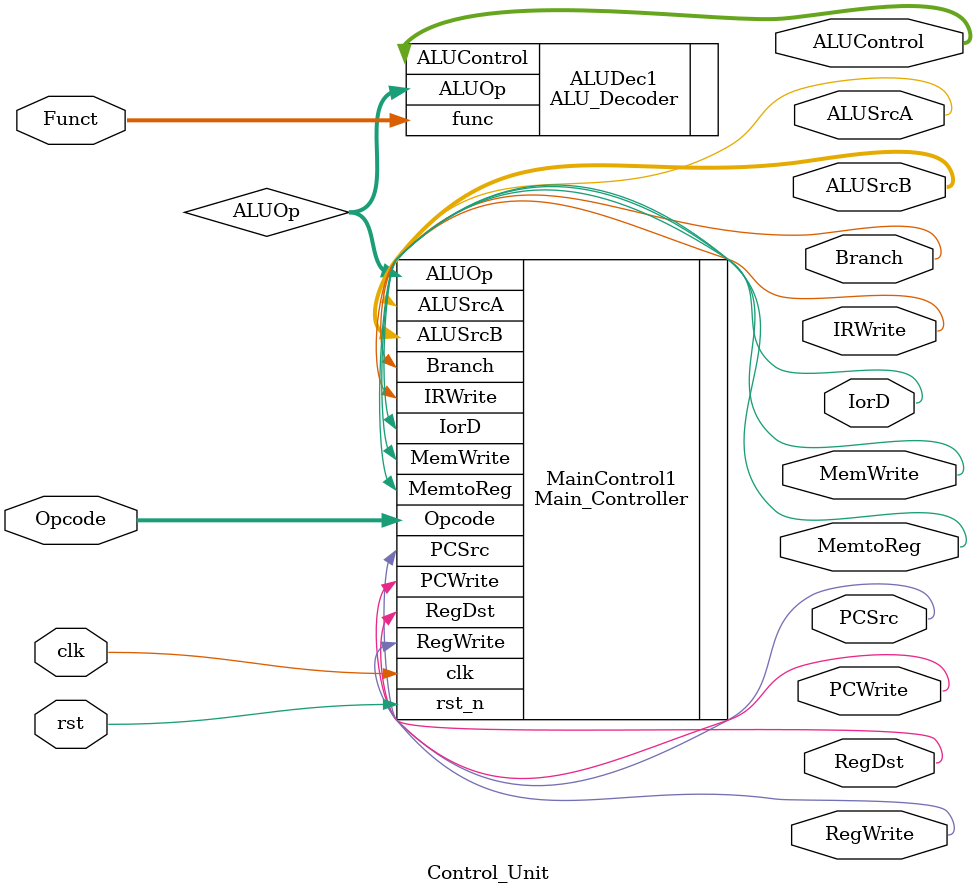
<source format=v>
module Control_Unit(
input [5:0] Opcode, Funct,
input clk, rst,
output MemtoReg, RegDst, IorD, PCSrc, ALUSrcA, IRWrite, MemWrite, PCWrite, Branch, RegWrite,
output [2:0] ALUControl,
output [1:0] ALUSrcB 
);

wire [1:0] ALUOp;

ALU_Decoder ALUDec1(
.ALUOp(ALUOp),
.func(Funct),
.ALUControl(ALUControl));


Main_Controller MainControl1(
.Opcode(Opcode),
.clk(clk),
.rst_n(rst),
.MemtoReg(MemtoReg), 
.RegDst(RegDst),
.IorD(IorD), 
.PCSrc(PCSrc), 
.ALUSrcA(ALUSrcA), 
.IRWrite(IRWrite), 
.MemWrite(MemWrite), 
.PCWrite(PCWrite), 
.Branch(Branch), 
.RegWrite(RegWrite),
.ALUSrcB(ALUSrcB), .ALUOp(ALUOp) 
);


endmodule 
</source>
